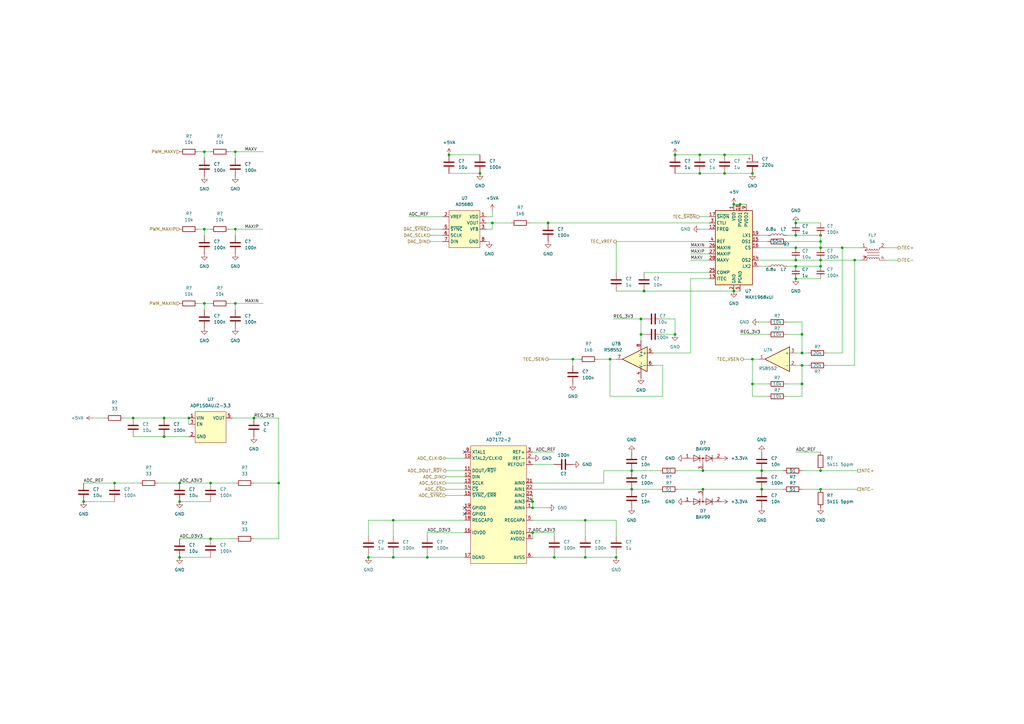
<source format=kicad_sch>
(kicad_sch (version 20211123) (generator eeschema)
  (paper "A3")
  (lib_symbols
    (symbol "Device:C" (pin_numbers hide) (pin_names (offset 0.254))
      (property "Reference" "C" (at 0.635 2.54 0))
      (property "Value" "C" (at 0.635 -2.54 0))
      (symbol "C_0_1"
        (polyline (pts (xy -2.032 -0.762) (xy 2.032 -0.762)) (stroke (width 0.508)))
        (polyline (pts (xy -2.032 0.762) (xy 2.032 0.762)) (stroke (width 0.508)))
      )
      (symbol "C_1_1"
        (pin passive line (at 0 3.81 270) (length 2.794) (name "~") (number "1"))
        (pin passive line (at 0 -3.81 90) (length 2.794) (name "~") (number "2"))
      )
    )
    (symbol "Device:C_Polarized" (pin_numbers hide) (pin_names (offset 0.254))
      (property "Reference" "C" (at 0.635 2.54 0))
      (property "Value" "C_Polarized" (at 0.635 -2.54 0))
      (symbol "C_Polarized_0_1"
        (rectangle (start -2.286 0.508) (end 2.286 1.016))
        (polyline (pts (xy -1.778 2.286) (xy -0.762 2.286)))
        (polyline (pts (xy -1.27 2.794) (xy -1.27 1.778)))
        (rectangle (start 2.286 -0.508) (end -2.286 -1.016) (fill (type outline)))
      )
      (symbol "C_Polarized_1_1"
        (pin passive line (at 0 3.81 270) (length 2.794) (name "~") (number "1"))
        (pin passive line (at 0 -3.81 90) (length 2.794) (name "~") (number "2"))
      )
    )
    (symbol "Device:C_Small" (pin_numbers hide) (pin_names (offset 0.254) hide)
      (property "Reference" "C" (at 0.254 1.778 0))
      (property "Value" "C_Small" (at 0.254 -2.032 0))
      (symbol "C_Small_0_1"
        (polyline (pts (xy -1.524 -0.508) (xy 1.524 -0.508)) (stroke (width 0.3302)))
        (polyline (pts (xy -1.524 0.508) (xy 1.524 0.508)) (stroke (width 0.3048)))
      )
      (symbol "C_Small_1_1"
        (pin passive line (at 0 2.54 270) (length 2.032) (name "~") (number "1"))
        (pin passive line (at 0 -2.54 90) (length 2.032) (name "~") (number "2"))
      )
    )
    (symbol "Device:Filter_EMI_CommonMode" (pin_names (offset 0.254) hide)
      (property "Reference" "FL" (at 0 4.445 0))
      (property "Value" "Filter_EMI_CommonMode" (at 0 -4.445 0))
      (symbol "Filter_EMI_CommonMode_0_1"
        (circle (center -3.048 -1.27) (radius 0.254) (fill (type outline)))
        (circle (center -3.048 1.524) (radius 0.254) (fill (type outline)))
        (arc (start -2.54 2.032) (mid -2.032 1.524) (end -1.524 2.032))
        (arc (start -1.524 -2.032) (mid -2.032 -1.524) (end -2.54 -2.032))
        (arc (start -1.524 2.032) (mid -1.016 1.524) (end -0.508 2.032))
        (arc (start -0.508 -2.032) (mid -1.016 -1.524) (end -1.524 -2.032))
        (arc (start -0.508 2.032) (mid 0 1.524) (end 0.508 2.032))
        (polyline (pts (xy -2.54 -2.032) (xy -2.54 -2.54)))
        (polyline (pts (xy -2.54 0.508) (xy 2.54 0.508)))
        (polyline (pts (xy -2.54 2.032) (xy -2.54 2.54)))
        (polyline (pts (xy 2.54 -2.032) (xy 2.54 -2.54)))
        (polyline (pts (xy 2.54 -0.508) (xy -2.54 -0.508)))
        (polyline (pts (xy 2.54 2.54) (xy 2.54 2.032)))
        (arc (start 0.508 -2.032) (mid 0 -1.524) (end -0.508 -2.032))
        (arc (start 0.508 2.032) (mid 1.016 1.524) (end 1.524 2.032))
        (arc (start 1.524 -2.032) (mid 1.016 -1.524) (end 0.508 -2.032))
        (arc (start 1.524 2.032) (mid 2.032 1.524) (end 2.54 2.032))
        (arc (start 2.54 -2.032) (mid 2.032 -1.524) (end 1.524 -2.032))
      )
      (symbol "Filter_EMI_CommonMode_1_1"
        (pin passive line (at -5.08 2.54 0) (length 2.54) (name "1") (number "1"))
        (pin passive line (at 5.08 2.54 180) (length 2.54) (name "2") (number "2"))
        (pin passive line (at -5.08 -2.54 0) (length 2.54) (name "3") (number "3"))
        (pin passive line (at 5.08 -2.54 180) (length 2.54) (name "4") (number "4"))
      )
    )
    (symbol "Device:L" (pin_numbers hide) (pin_names (offset 1.016) hide)
      (property "Reference" "L" (at -1.27 0 90))
      (property "Value" "L" (at 1.905 0 90))
      (symbol "L_0_1"
        (arc (start 0 -2.54) (mid 0.635 -1.905) (end 0 -1.27))
        (arc (start 0 -1.27) (mid 0.635 -0.635) (end 0 0))
        (arc (start 0 0) (mid 0.635 0.635) (end 0 1.27))
        (arc (start 0 1.27) (mid 0.635 1.905) (end 0 2.54))
      )
      (symbol "L_1_1"
        (pin passive line (at 0 3.81 270) (length 1.27) (name "1") (number "1"))
        (pin passive line (at 0 -3.81 90) (length 1.27) (name "2") (number "2"))
      )
    )
    (symbol "Device:R" (pin_numbers hide) (pin_names (offset 0))
      (property "Reference" "R" (at 2.032 0 90))
      (property "Value" "R" (at 0 0 90))
      (symbol "R_0_1"
        (rectangle (start -1.016 -2.54) (end 1.016 2.54) (stroke (width 0.254)))
      )
      (symbol "R_1_1"
        (pin passive line (at 0 3.81 270) (length 1.27) (name "~") (number "1"))
        (pin passive line (at 0 -3.81 90) (length 1.27) (name "~") (number "2"))
      )
    )
    (symbol "Diode:BAV99" (pin_names hide)
      (property "Reference" "D" (at 0 5.08 0))
      (property "Value" "BAV99" (at 0 2.54 0))
      (symbol "BAV99_0_1"
        (polyline (pts (xy -5.08 0) (xy 5.08 0)))
      )
      (symbol "BAV99_1_1"
        (polyline (pts (xy 0 0) (xy 0 -2.54)))
        (polyline (pts (xy -1.27 -1.27) (xy -1.27 1.27) (xy -1.27 1.27)) (stroke (width 0.2032)))
        (polyline (pts (xy 3.81 1.27) (xy 3.81 -1.27) (xy 3.81 -1.27)) (stroke (width 0.2032)))
        (polyline (pts (xy -3.81 1.27) (xy -1.27 0) (xy -3.81 -1.27) (xy -3.81 1.27) (xy -3.81 1.27) (xy -3.81 1.27)) (stroke (width 0.2032)))
        (polyline (pts (xy 1.27 1.27) (xy 3.81 0) (xy 1.27 -1.27) (xy 1.27 1.27) (xy 1.27 1.27) (xy 1.27 1.27)) (stroke (width 0.2032)))
        (circle (center 0 0) (radius 0.254) (fill (type outline)))
        (pin passive line (at -7.62 0 0) (length 2.54) (name "K") (number "1"))
        (pin passive line (at 7.62 0 180) (length 2.54) (name "A") (number "2"))
        (pin passive line (at 0 -5.08 90) (length 2.54) (name "K") (number "3"))
      )
    )
    (symbol "Driver_TEC:MAX1968xUI"
      (property "Reference" "U" (at -7.62 16.51 0))
      (property "Value" "MAX1968xUI" (at 5.08 16.51 0))
      (symbol "MAX1968xUI_0_1"
        (rectangle (start -7.62 15.24) (end 7.62 -15.24) (stroke (width 0.254)) (fill (type background)))
      )
      (symbol "MAX1968xUI_1_1"
        (pin power_in line (at 0 17.78 270) (length 2.54) (name "VDD") (number "1"))
        (pin passive line (at 10.16 -7.62 180) (length 2.54) hide (name "LX2") (number "10"))
        (pin passive line (at 5.08 17.78 270) (length 2.54) hide (name "PVDD2") (number "11"))
        (pin input line (at -10.16 7.62 0) (length 2.54) (name "FREQ") (number "12"))
        (pin output line (at -10.16 -12.7 0) (length 2.54) (name "ITEC") (number "13"))
        (pin input line (at 10.16 -5.08 180) (length 2.54) (name "OS2") (number "14"))
        (pin input line (at 10.16 2.54 180) (length 2.54) (name "OS1") (number "15"))
        (pin input line (at 10.16 0 180) (length 2.54) (name "CS") (number "16"))
        (pin input line (at -10.16 12.7 0) (length 2.54) (name "~{SHDN}") (number "17"))
        (pin power_in line (at 2.54 17.78 270) (length 2.54) (name "PVDD1") (number "18"))
        (pin power_out line (at 10.16 5.08 180) (length 2.54) (name "LX1") (number "19"))
        (pin power_in line (at 0 -17.78 90) (length 2.54) (name "GND") (number "2"))
        (pin passive line (at 2.54 17.78 270) (length 2.54) hide (name "PVDD1") (number "20"))
        (pin passive line (at 10.16 5.08 180) (length 2.54) hide (name "LX1") (number "21"))
        (pin passive line (at 2.54 -17.78 90) (length 2.54) hide (name "PGND") (number "22"))
        (pin passive line (at 10.16 5.08 180) (length 2.54) hide (name "LX1") (number "23"))
        (pin passive line (at 2.54 -17.78 90) (length 2.54) hide (name "PGND") (number "24"))
        (pin passive line (at -10.16 -10.16 0) (length 2.54) (name "COMP") (number "25"))
        (pin input line (at -10.16 0 0) (length 2.54) (name "MAXIN") (number "26"))
        (pin input line (at -10.16 -2.54 0) (length 2.54) (name "MAXIP") (number "27"))
        (pin input line (at -10.16 -5.08 0) (length 2.54) (name "MAXV") (number "28"))
        (pin passive line (at 0 -17.78 90) (length 2.54) hide (name "GND") (number "29"))
        (pin input line (at -10.16 10.16 0) (length 2.54) (name "CTLI") (number "3"))
        (pin output line (at -10.16 2.54 0) (length 2.54) (name "REF") (number "4"))
        (pin power_in line (at 2.54 -17.78 90) (length 2.54) (name "PGND") (number "5"))
        (pin power_out line (at 10.16 -7.62 180) (length 2.54) (name "LX2") (number "6"))
        (pin passive line (at 2.54 -17.78 90) (length 2.54) hide (name "PGND") (number "7"))
        (pin passive line (at 10.16 -7.62 180) (length 2.54) hide (name "LX2") (number "8"))
        (pin power_in line (at 5.08 17.78 270) (length 2.54) (name "PVDD2") (number "9"))
      )
    )
    (symbol "kirdy:AD5680"
      (property "Reference" "U" (at 0 -3.81 0))
      (property "Value" "AD5680" (at 0 -1.27 0))
      (symbol "AD5680_0_0"
        (pin power_in line (at 8.89 12.7 180) (length 2.54) (name "VDD") (number "1"))
        (pin input line (at -8.89 12.7 0) (length 2.54) (name "VREF") (number "2"))
        (pin input line (at 8.89 7.62 180) (length 2.54) (name "VFB") (number "3"))
        (pin output line (at 8.89 10.16 180) (length 2.54) (name "VOUT") (number "4"))
        (pin input line (at -8.89 7.62 0) (length 2.54) (name "~{SYNC}") (number "5"))
        (pin input line (at -8.89 5.08 0) (length 2.54) (name "SCLK") (number "6"))
        (pin input line (at -8.89 2.54 0) (length 2.54) (name "DIN") (number "7"))
        (pin power_in line (at 8.89 2.54 180) (length 2.54) (name "GND") (number "8"))
      )
      (symbol "AD5680_0_1"
        (rectangle (start -6.35 15.24) (end 6.35 0) (fill (type background)))
      )
    )
    (symbol "kirdy:AD7172-2"
      (property "Reference" "U" (at 8.89 -22.86 0))
      (property "Value" "AD7172-2" (at -6.35 -22.86 0))
      (symbol "AD7172-2_0_0"
        (pin input line (at -13.97 1.27 0) (length 2.54) (name "AIN4") (number "1"))
        (pin bidirectional line (at 13.97 21.59 180) (length 2.54) (name "XTAL2/CLKIO") (number "10"))
        (pin output line (at 13.97 16.51 180) (length 2.54) (name "DOUT/~{RDY}") (number "11"))
        (pin input line (at 13.97 13.97 180) (length 2.54) (name "DIN") (number "12"))
        (pin input line (at 13.97 11.43 180) (length 2.54) (name "SCLK") (number "13"))
        (pin input line (at 13.97 8.89 180) (length 2.54) (name "~{CS}") (number "14"))
        (pin bidirectional line (at 13.97 6.35 180) (length 2.54) (name "~{SYNC}/~{ERR}") (number "15"))
        (pin power_in line (at 13.97 -8.89 180) (length 2.54) (name "IOVDD") (number "16"))
        (pin power_in line (at 13.97 -19.05 180) (length 2.54) (name "DGND") (number "17"))
        (pin passive line (at 13.97 -3.81 180) (length 2.54) (name "REGCAPD") (number "18"))
        (pin bidirectional line (at 13.97 1.27 180) (length 2.54) (name "GPIO0") (number "19"))
        (pin input line (at -13.97 21.59 0) (length 2.54) (name "REF-") (number "2"))
        (pin bidirectional line (at 13.97 -1.27 180) (length 2.54) (name "GPIO1") (number "20"))
        (pin input line (at -13.97 11.43 0) (length 2.54) (name "AIN0") (number "21"))
        (pin input line (at -13.97 8.89 0) (length 2.54) (name "AIN1") (number "22"))
        (pin input line (at -13.97 6.35 0) (length 2.54) (name "AIN2") (number "23"))
        (pin input line (at -13.97 3.81 0) (length 2.54) (name "AIN3") (number "24"))
        (pin input line (at -13.97 24.13 0) (length 2.54) (name "REF+") (number "3"))
        (pin output line (at -13.97 19.05 0) (length 2.54) (name "REFOUT") (number "4"))
        (pin passive line (at -13.97 -3.81 0) (length 2.54) (name "REGCAPA") (number "5"))
        (pin power_in line (at -13.97 -19.05 0) (length 2.54) (name "AVSS") (number "6"))
        (pin power_in line (at -13.97 -8.89 0) (length 2.54) (name "AVDD1") (number "7"))
        (pin power_in line (at -13.97 -11.43 0) (length 2.54) (name "AVDD2") (number "8"))
        (pin bidirectional line (at 13.97 24.13 180) (length 2.54) (name "XTAL1") (number "9"))
      )
      (symbol "AD7172-2_0_1"
        (rectangle (start -11.43 26.67) (end 11.43 -21.59) (fill (type background)))
      )
    )
    (symbol "kirdy:ADP150AUJZ-3.3"
      (property "Reference" "U" (at -5.08 -1.27 0))
      (property "Value" "ADP150AUJZ-3.3" (at -7.62 1.27 0))
      (symbol "ADP150AUJZ-3.3_0_0"
        (pin power_in line (at 5.08 10.16 0) (length 2.54) (name "VIN") (number "1"))
        (pin power_in line (at 5.08 2.54 0) (length 2.54) (name "GND") (number "2"))
        (pin input line (at 5.08 7.62 0) (length 2.54) (name "EN") (number "3"))
        (pin no_connect line (at 13.97 8.89 90) (length 2.54) hide (name "NC") (number "4"))
        (pin power_out line (at 22.86 10.16 180) (length 2.54) (name "VOUT") (number "5"))
      )
      (symbol "ADP150AUJZ-3.3_0_1"
        (rectangle (start 7.62 12.7) (end 20.32 0) (fill (type background)))
        (rectangle (start 20.32 3.81) (end 20.32 3.81))
      )
    )
    (symbol "kirdy:RS8552" (pin_names (offset 0.127))
      (property "Reference" "U" (at 0 5.08 0))
      (property "Value" "RS8552" (at 0 -5.08 0))
      (symbol "RS8552_1_1"
        (polyline (pts (xy -5.08 5.08) (xy 5.08 0) (xy -5.08 -5.08) (xy -5.08 5.08)) (stroke (width 0.254)) (fill (type background)))
        (pin output line (at 7.62 0 180) (length 2.54) (name "~") (number "1"))
        (pin input line (at -7.62 -2.54 0) (length 2.54) (name "-") (number "2"))
        (pin input line (at -7.62 2.54 0) (length 2.54) (name "+") (number "3"))
      )
      (symbol "RS8552_2_1"
        (polyline (pts (xy -5.08 5.08) (xy 5.08 0) (xy -5.08 -5.08) (xy -5.08 5.08)) (stroke (width 0.254)) (fill (type background)))
        (pin input line (at -7.62 2.54 0) (length 2.54) (name "+") (number "5"))
        (pin input line (at -7.62 -2.54 0) (length 2.54) (name "-") (number "6"))
        (pin output line (at 7.62 0 180) (length 2.54) (name "~") (number "7"))
      )
      (symbol "RS8552_3_1"
        (pin power_in line (at -2.54 -7.62 90) (length 3.81) (name "V-") (number "4"))
        (pin power_in line (at -2.54 7.62 270) (length 3.81) (name "V+") (number "8"))
      )
    )
    (symbol "power:+3.3VA" (power) (pin_names (offset 0))
      (property "Value" "+3.3VA" (at 0 3.556 0))
      (symbol "+3.3VA_0_1"
        (polyline (pts (xy -0.762 1.27) (xy 0 2.54)))
        (polyline (pts (xy 0 0) (xy 0 2.54)))
        (polyline (pts (xy 0 2.54) (xy 0.762 1.27)))
      )
      (symbol "+3.3VA_1_1"
        (pin power_in line (at 0 0 90) (length 0) hide (name "+3.3VA") (number "1"))
      )
    )
    (symbol "power:+5V" (power) (pin_names (offset 0))
      (property "Value" "+5V" (at 0 3.556 0))
      (symbol "+5V_0_1"
        (polyline (pts (xy -0.762 1.27) (xy 0 2.54)))
        (polyline (pts (xy 0 0) (xy 0 2.54)))
        (polyline (pts (xy 0 2.54) (xy 0.762 1.27)))
      )
      (symbol "+5V_1_1"
        (pin power_in line (at 0 0 90) (length 0) hide (name "+5V") (number "1"))
      )
    )
    (symbol "power:+5VA" (power) (pin_names (offset 0))
      (property "Value" "+5VA" (at 0 3.556 0))
      (symbol "+5VA_0_1"
        (polyline (pts (xy -0.762 1.27) (xy 0 2.54)))
        (polyline (pts (xy 0 0) (xy 0 2.54)))
        (polyline (pts (xy 0 2.54) (xy 0.762 1.27)))
      )
      (symbol "+5VA_1_1"
        (pin power_in line (at 0 0 90) (length 0) hide (name "+5VA") (number "1"))
      )
    )
    (symbol "power:GND" (power) (pin_names (offset 0))
      (property "Value" "GND" (at 0 -3.81 0))
      (symbol "GND_0_1"
        (polyline (pts (xy 0 0) (xy 0 -1.27) (xy 1.27 -1.27) (xy 0 -2.54) (xy -1.27 -1.27) (xy 0 -1.27)))
      )
      (symbol "GND_1_1"
        (pin power_in line (at 0 0 270) (length 0) hide (name "GND") (number "1"))
      )
    )
  )
  (junction (at 300.99 119.38))
  (junction (at 54.61 171.45))
  (junction (at 350.52 106.68))
  (junction (at 297.18 63.5))
  (junction (at 326.39 106.68))
  (junction (at 201.93 91.44))
  (junction (at 252.73 228.6))
  (junction (at 96.52 62.23))
  (junction (at 326.39 109.22))
  (junction (at 308.61 147.32))
  (junction (at 161.29 213.36))
  (junction (at 234.95 147.32))
  (junction (at 83.82 62.23))
  (junction (at 336.55 96.52))
  (junction (at 73.66 228.6))
  (junction (at 114.3 198.12))
  (junction (at 303.53 83.82))
  (junction (at 218.44 218.44))
  (junction (at 328.93 149.86))
  (junction (at 336.55 193.04))
  (junction (at 218.44 208.28))
  (junction (at 161.29 228.6))
  (junction (at 326.39 101.6))
  (junction (at 276.86 63.5))
  (junction (at 308.61 71.12))
  (junction (at 86.36 220.98))
  (junction (at 336.55 99.06))
  (junction (at 224.79 91.44))
  (junction (at 326.39 96.52))
  (junction (at 262.89 137.16))
  (junction (at 287.02 71.12))
  (junction (at 300.99 83.82))
  (junction (at 308.61 157.48))
  (junction (at 326.39 114.3))
  (junction (at 250.19 147.32))
  (junction (at 83.82 93.98))
  (junction (at 73.66 198.12))
  (junction (at 83.82 124.46))
  (junction (at 175.26 228.6))
  (junction (at 259.08 193.04))
  (junction (at 73.66 205.74))
  (junction (at 86.36 198.12))
  (junction (at 46.99 198.12))
  (junction (at 336.55 109.22))
  (junction (at 218.44 205.74))
  (junction (at 184.15 63.5))
  (junction (at 240.03 228.6))
  (junction (at 345.44 101.6))
  (junction (at 259.08 200.66))
  (junction (at 104.14 171.45))
  (junction (at 336.55 101.6))
  (junction (at 328.93 137.16))
  (junction (at 96.52 93.98))
  (junction (at 227.33 228.6))
  (junction (at 262.89 130.81))
  (junction (at 96.52 124.46))
  (junction (at 34.29 205.74))
  (junction (at 312.42 193.04))
  (junction (at 67.31 179.07))
  (junction (at 67.31 171.45))
  (junction (at 328.93 157.48))
  (junction (at 288.29 193.04))
  (junction (at 196.85 71.12))
  (junction (at 336.55 200.66))
  (junction (at 240.03 213.36))
  (junction (at 288.29 200.66))
  (junction (at 328.93 144.78))
  (junction (at 151.13 228.6))
  (junction (at 264.16 119.38))
  (junction (at 276.86 137.16))
  (junction (at 336.55 106.68))
  (junction (at 287.02 63.5))
  (junction (at 297.18 71.12))
  (junction (at 312.42 200.66))
  (junction (at 77.47 171.45))
  (junction (at 326.39 91.44))
  (no_connect (at 190.5 185.42))
  (no_connect (at 190.5 208.28))
  (no_connect (at 190.5 210.82))
  (wire (pts (xy 328.93 144.78) (xy 331.47 144.78)))
  (wire (pts (xy 218.44 205.74) (xy 218.44 208.28)))
  (wire (pts (xy 218.44 218.44) (xy 227.33 218.44)))
  (wire (pts (xy 224.79 147.32) (xy 234.95 147.32)))
  (wire (pts (xy 114.3 198.12) (xy 114.3 171.45)))
  (wire (pts (xy 311.15 99.06) (xy 314.96 99.06)))
  (wire (pts (xy 308.61 147.32) (xy 311.15 147.32)))
  (wire (pts (xy 276.86 63.5) (xy 287.02 63.5)))
  (wire (pts (xy 67.31 179.07) (xy 77.47 179.07)))
  (wire (pts (xy 304.8 147.32) (xy 308.61 147.32)))
  (wire (pts (xy 34.29 205.74) (xy 46.99 205.74)))
  (wire (pts (xy 252.73 111.76) (xy 252.73 99.06)))
  (wire (pts (xy 311.15 101.6) (xy 326.39 101.6)))
  (wire (pts (xy 328.93 149.86) (xy 331.47 149.86)))
  (wire (pts (xy 182.88 195.58) (xy 190.5 195.58)))
  (wire (pts (xy 175.26 218.44) (xy 190.5 218.44)))
  (wire (pts (xy 252.73 119.38) (xy 264.16 119.38)))
  (wire (pts (xy 38.1 171.45) (xy 43.18 171.45)))
  (wire (pts (xy 252.73 213.36) (xy 252.73 219.71)))
  (wire (pts (xy 259.08 200.66) (xy 270.51 200.66)))
  (wire (pts (xy 151.13 219.71) (xy 151.13 213.36)))
  (wire (pts (xy 336.55 109.22) (xy 326.39 109.22)))
  (wire (pts (xy 104.14 198.12) (xy 114.3 198.12)))
  (wire (pts (xy 86.36 220.98) (xy 96.52 220.98)))
  (wire (pts (xy 311.15 132.08) (xy 314.96 132.08)))
  (wire (pts (xy 326.39 96.52) (xy 322.58 96.52)))
  (wire (pts (xy 114.3 171.45) (xy 104.14 171.45)))
  (wire (pts (xy 259.08 193.04) (xy 270.51 193.04)))
  (wire (pts (xy 199.39 93.98) (xy 201.93 93.98)))
  (wire (pts (xy 326.39 106.68) (xy 336.55 106.68)))
  (wire (pts (xy 297.18 63.5) (xy 308.61 63.5)))
  (wire (pts (xy 251.46 130.81) (xy 262.89 130.81)))
  (wire (pts (xy 250.19 147.32) (xy 252.73 147.32)))
  (wire (pts (xy 287.02 71.12) (xy 297.18 71.12)))
  (wire (pts (xy 312.42 193.04) (xy 321.31 193.04)))
  (wire (pts (xy 264.16 119.38) (xy 300.99 119.38)))
  (wire (pts (xy 322.58 157.48) (xy 328.93 157.48)))
  (wire (pts (xy 336.55 101.6) (xy 336.55 99.06)))
  (wire (pts (xy 300.99 83.82) (xy 303.53 83.82)))
  (wire (pts (xy 227.33 218.44) (xy 227.33 219.71)))
  (wire (pts (xy 83.82 93.98) (xy 86.36 93.98)))
  (wire (pts (xy 339.09 144.78) (xy 345.44 144.78)))
  (wire (pts (xy 271.78 162.56) (xy 271.78 149.86)))
  (wire (pts (xy 184.15 63.5) (xy 196.85 63.5)))
  (wire (pts (xy 218.44 213.36) (xy 240.03 213.36)))
  (wire (pts (xy 218.44 218.44) (xy 218.44 220.98)))
  (wire (pts (xy 151.13 213.36) (xy 161.29 213.36)))
  (wire (pts (xy 151.13 228.6) (xy 161.29 228.6)))
  (wire (pts (xy 350.52 106.68) (xy 350.52 149.86)))
  (wire (pts (xy 199.39 99.06) (xy 200.66 99.06)))
  (wire (pts (xy 96.52 124.46) (xy 96.52 127)))
  (wire (pts (xy 322.58 99.06) (xy 336.55 99.06)))
  (wire (pts (xy 287.02 88.9) (xy 290.83 88.9)))
  (wire (pts (xy 283.21 101.6) (xy 290.83 101.6)))
  (wire (pts (xy 363.22 101.6) (xy 368.3 101.6)))
  (wire (pts (xy 336.55 101.6) (xy 326.39 101.6)))
  (wire (pts (xy 271.78 149.86) (xy 267.97 149.86)))
  (wire (pts (xy 262.89 137.16) (xy 262.89 139.7)))
  (wire (pts (xy 336.55 99.06) (xy 336.55 96.52)))
  (wire (pts (xy 345.44 101.6) (xy 345.44 144.78)))
  (wire (pts (xy 54.61 179.07) (xy 67.31 179.07)))
  (wire (pts (xy 326.39 144.78) (xy 328.93 144.78)))
  (wire (pts (xy 283.21 144.78) (xy 267.97 144.78)))
  (wire (pts (xy 247.65 198.12) (xy 247.65 193.04)))
  (wire (pts (xy 184.15 71.12) (xy 196.85 71.12)))
  (wire (pts (xy 234.95 149.86) (xy 234.95 147.32)))
  (wire (pts (xy 96.52 124.46) (xy 107.95 124.46)))
  (wire (pts (xy 240.03 213.36) (xy 252.73 213.36)))
  (wire (pts (xy 328.93 193.04) (xy 336.55 193.04)))
  (wire (pts (xy 182.88 198.12) (xy 190.5 198.12)))
  (wire (pts (xy 328.93 200.66) (xy 336.55 200.66)))
  (wire (pts (xy 199.39 88.9) (xy 201.93 88.9)))
  (wire (pts (xy 93.98 93.98) (xy 96.52 93.98)))
  (wire (pts (xy 264.16 130.81) (xy 262.89 130.81)))
  (wire (pts (xy 250.19 162.56) (xy 271.78 162.56)))
  (wire (pts (xy 322.58 132.08) (xy 328.93 132.08)))
  (wire (pts (xy 83.82 62.23) (xy 83.82 64.77)))
  (wire (pts (xy 161.29 227.33) (xy 161.29 228.6)))
  (wire (pts (xy 73.66 228.6) (xy 86.36 228.6)))
  (wire (pts (xy 288.29 200.66) (xy 312.42 200.66)))
  (wire (pts (xy 264.16 111.76) (xy 290.83 111.76)))
  (wire (pts (xy 176.53 96.52) (xy 181.61 96.52)))
  (wire (pts (xy 167.64 88.9) (xy 181.61 88.9)))
  (wire (pts (xy 245.11 147.32) (xy 250.19 147.32)))
  (wire (pts (xy 46.99 198.12) (xy 57.15 198.12)))
  (wire (pts (xy 240.03 227.33) (xy 240.03 228.6)))
  (wire (pts (xy 201.93 88.9) (xy 201.93 86.36)))
  (wire (pts (xy 311.15 106.68) (xy 326.39 106.68)))
  (wire (pts (xy 234.95 147.32) (xy 237.49 147.32)))
  (wire (pts (xy 34.29 198.12) (xy 46.99 198.12)))
  (wire (pts (xy 83.82 124.46) (xy 83.82 127)))
  (wire (pts (xy 328.93 137.16) (xy 328.93 144.78)))
  (wire (pts (xy 175.26 228.6) (xy 190.5 228.6)))
  (wire (pts (xy 86.36 198.12) (xy 96.52 198.12)))
  (wire (pts (xy 218.44 190.5) (xy 227.33 190.5)))
  (wire (pts (xy 218.44 200.66) (xy 259.08 200.66)))
  (wire (pts (xy 278.13 200.66) (xy 288.29 200.66)))
  (wire (pts (xy 96.52 93.98) (xy 96.52 96.52)))
  (wire (pts (xy 326.39 149.86) (xy 328.93 149.86)))
  (wire (pts (xy 308.61 157.48) (xy 308.61 162.56)))
  (wire (pts (xy 50.8 171.45) (xy 54.61 171.45)))
  (wire (pts (xy 336.55 101.6) (xy 345.44 101.6)))
  (wire (pts (xy 326.39 114.3) (xy 336.55 114.3)))
  (wire (pts (xy 77.47 171.45) (xy 77.47 173.99)))
  (wire (pts (xy 218.44 208.28) (xy 224.79 208.28)))
  (wire (pts (xy 95.25 171.45) (xy 104.14 171.45)))
  (wire (pts (xy 247.65 198.12) (xy 218.44 198.12)))
  (wire (pts (xy 252.73 227.33) (xy 252.73 228.6)))
  (wire (pts (xy 199.39 91.44) (xy 201.93 91.44)))
  (wire (pts (xy 328.93 162.56) (xy 328.93 157.48)))
  (wire (pts (xy 104.14 220.98) (xy 114.3 220.98)))
  (wire (pts (xy 83.82 93.98) (xy 83.82 96.52)))
  (wire (pts (xy 93.98 62.23) (xy 96.52 62.23)))
  (wire (pts (xy 224.79 91.44) (xy 290.83 91.44)))
  (wire (pts (xy 287.02 93.98) (xy 290.83 93.98)))
  (wire (pts (xy 322.58 137.16) (xy 328.93 137.16)))
  (wire (pts (xy 73.66 205.74) (xy 86.36 205.74)))
  (wire (pts (xy 182.88 200.66) (xy 190.5 200.66)))
  (wire (pts (xy 276.86 130.81) (xy 276.86 137.16)))
  (wire (pts (xy 201.93 93.98) (xy 201.93 91.44)))
  (wire (pts (xy 218.44 185.42) (xy 227.33 185.42)))
  (wire (pts (xy 322.58 162.56) (xy 328.93 162.56)))
  (wire (pts (xy 328.93 132.08) (xy 328.93 137.16)))
  (wire (pts (xy 176.53 93.98) (xy 181.61 93.98)))
  (wire (pts (xy 81.28 93.98) (xy 83.82 93.98)))
  (wire (pts (xy 182.88 193.04) (xy 190.5 193.04)))
  (wire (pts (xy 73.66 198.12) (xy 86.36 198.12)))
  (wire (pts (xy 96.52 62.23) (xy 107.95 62.23)))
  (wire (pts (xy 175.26 227.33) (xy 175.26 228.6)))
  (wire (pts (xy 218.44 203.2) (xy 218.44 205.74)))
  (wire (pts (xy 326.39 185.42) (xy 336.55 185.42)))
  (wire (pts (xy 114.3 220.98) (xy 114.3 198.12)))
  (wire (pts (xy 271.78 137.16) (xy 276.86 137.16)))
  (wire (pts (xy 303.53 137.16) (xy 314.96 137.16)))
  (wire (pts (xy 311.15 96.52) (xy 314.96 96.52)))
  (wire (pts (xy 54.61 171.45) (xy 67.31 171.45)))
  (wire (pts (xy 283.21 114.3) (xy 290.83 114.3)))
  (wire (pts (xy 96.52 93.98) (xy 107.95 93.98)))
  (wire (pts (xy 336.55 106.68) (xy 350.52 106.68)))
  (wire (pts (xy 81.28 62.23) (xy 83.82 62.23)))
  (wire (pts (xy 240.03 213.36) (xy 240.03 219.71)))
  (wire (pts (xy 264.16 137.16) (xy 262.89 137.16)))
  (wire (pts (xy 336.55 106.68) (xy 336.55 109.22)))
  (wire (pts (xy 217.17 91.44) (xy 224.79 91.44)))
  (wire (pts (xy 312.42 200.66) (xy 321.31 200.66)))
  (wire (pts (xy 276.86 71.12) (xy 287.02 71.12)))
  (wire (pts (xy 262.89 130.81) (xy 262.89 137.16)))
  (wire (pts (xy 250.19 147.32) (xy 250.19 162.56)))
  (wire (pts (xy 336.55 200.66) (xy 351.79 200.66)))
  (wire (pts (xy 287.02 63.5) (xy 297.18 63.5)))
  (wire (pts (xy 288.29 193.04) (xy 312.42 193.04)))
  (wire (pts (xy 81.28 124.46) (xy 83.82 124.46)))
  (wire (pts (xy 303.53 83.82) (xy 306.07 83.82)))
  (wire (pts (xy 83.82 124.46) (xy 86.36 124.46)))
  (wire (pts (xy 350.52 106.68) (xy 353.06 106.68)))
  (wire (pts (xy 278.13 193.04) (xy 288.29 193.04)))
  (wire (pts (xy 283.21 114.3) (xy 283.21 144.78)))
  (wire (pts (xy 73.66 220.98) (xy 86.36 220.98)))
  (wire (pts (xy 326.39 96.52) (xy 336.55 96.52)))
  (wire (pts (xy 96.52 62.23) (xy 96.52 64.77)))
  (wire (pts (xy 345.44 101.6) (xy 353.06 101.6)))
  (wire (pts (xy 252.73 99.06) (xy 290.83 99.06)))
  (wire (pts (xy 363.22 106.68) (xy 368.3 106.68)))
  (wire (pts (xy 328.93 157.48) (xy 328.93 149.86)))
  (wire (pts (xy 314.96 157.48) (xy 308.61 157.48)))
  (wire (pts (xy 93.98 124.46) (xy 96.52 124.46)))
  (wire (pts (xy 227.33 227.33) (xy 227.33 228.6)))
  (wire (pts (xy 218.44 228.6) (xy 227.33 228.6)))
  (wire (pts (xy 300.99 119.38) (xy 303.53 119.38)))
  (wire (pts (xy 176.53 99.06) (xy 181.61 99.06)))
  (wire (pts (xy 64.77 198.12) (xy 73.66 198.12)))
  (wire (pts (xy 182.88 203.2) (xy 190.5 203.2)))
  (wire (pts (xy 161.29 228.6) (xy 175.26 228.6)))
  (wire (pts (xy 308.61 157.48) (xy 308.61 147.32)))
  (wire (pts (xy 271.78 130.81) (xy 276.86 130.81)))
  (wire (pts (xy 201.93 91.44) (xy 209.55 91.44)))
  (wire (pts (xy 308.61 162.56) (xy 314.96 162.56)))
  (wire (pts (xy 247.65 193.04) (xy 259.08 193.04)))
  (wire (pts (xy 83.82 62.23) (xy 86.36 62.23)))
  (wire (pts (xy 336.55 193.04) (xy 351.79 193.04)))
  (wire (pts (xy 161.29 213.36) (xy 161.29 219.71)))
  (wire (pts (xy 67.31 171.45) (xy 77.47 171.45)))
  (wire (pts (xy 326.39 91.44) (xy 336.55 91.44)))
  (wire (pts (xy 311.15 109.22) (xy 314.96 109.22)))
  (wire (pts (xy 227.33 228.6) (xy 240.03 228.6)))
  (wire (pts (xy 322.58 109.22) (xy 326.39 109.22)))
  (wire (pts (xy 339.09 149.86) (xy 350.52 149.86)))
  (wire (pts (xy 297.18 71.12) (xy 308.61 71.12)))
  (wire (pts (xy 161.29 213.36) (xy 190.5 213.36)))
  (wire (pts (xy 283.21 104.14) (xy 290.83 104.14)))
  (wire (pts (xy 283.21 106.68) (xy 290.83 106.68)))
  (wire (pts (xy 240.03 228.6) (xy 252.73 228.6)))
  (wire (pts (xy 182.88 187.96) (xy 190.5 187.96)))
  (wire (pts (xy 151.13 227.33) (xy 151.13 228.6)))
  (wire (pts (xy 175.26 218.44) (xy 175.26 219.71)))
  (label "ADC_D3V3" (at 175.26 218.44 0))
  (label "MAXV" (at 100.33 62.23 0))
  (label "MAXIN" (at 100.33 124.46 0))
  (label "ADC_REF" (at 34.29 198.12 0))
  (label "MAXIN" (at 283.21 101.6 0))
  (label "ADC_A3V3" (at 73.66 198.12 0))
  (label "MAXV" (at 283.21 106.68 0))
  (label "REG_3V3" (at 104.14 171.45 0))
  (label "MAXIP" (at 100.33 93.98 0))
  (label "REG_3V3" (at 251.46 130.81 0))
  (label "ADC_REF" (at 326.39 185.42 0))
  (label "ADC_D3V3" (at 73.66 220.98 0))
  (label "ADC_REF" (at 219.71 185.42 0))
  (label "ADC_A3V3" (at 218.44 218.44 0))
  (label "ADC_REF" (at 167.64 88.9 0))
  (label "MAXIP" (at 283.21 104.14 0))
  (label "REG_3V3" (at 303.53 137.16 0))
  (hierarchical_label "ADC_DOUT_~{RDY}" (shape output) (at 182.88 193.04 180))
  (hierarchical_label "ADC_CLKIO" (shape bidirectional) (at 182.88 187.96 180))
  (hierarchical_label "TEC+" (shape output) (at 368.3 101.6 0))
  (hierarchical_label "PWM_MAXIP" (shape input) (at 73.66 93.98 180))
  (hierarchical_label "DAC_DIN" (shape input) (at 176.53 99.06 180))
  (hierarchical_label "PWM_MAXIN" (shape input) (at 73.66 124.46 180))
  (hierarchical_label "TEC_VREF" (shape output) (at 252.73 99.06 180))
  (hierarchical_label "TEC_~{SHDN}" (shape input) (at 287.02 88.9 180))
  (hierarchical_label "DAC_SCLK" (shape input) (at 176.53 96.52 180))
  (hierarchical_label "TEC_ISEN" (shape output) (at 224.79 147.32 180))
  (hierarchical_label "ADC_~{CS}" (shape input) (at 182.88 200.66 180))
  (hierarchical_label "NTC-" (shape passive) (at 351.79 200.66 0))
  (hierarchical_label "ADC_DIN" (shape input) (at 182.88 195.58 180))
  (hierarchical_label "NTC+" (shape passive) (at 351.79 193.04 0))
  (hierarchical_label "TEC-" (shape output) (at 368.3 106.68 0))
  (hierarchical_label "PWM_MAXV" (shape input) (at 73.66 62.23 180))
  (hierarchical_label "ADC_SCLK" (shape input) (at 182.88 198.12 180))
  (hierarchical_label "TEC_VSEN" (shape output) (at 304.8 147.32 180))
  (hierarchical_label "ADC_~{SYNC}" (shape input) (at 182.88 203.2 180))
  (hierarchical_label "DAC_~{SYNC}" (shape input) (at 176.53 93.98 180))
  (symbol (lib_id "power:GND") (at 73.66 205.74 0) (unit 1)
    (property "Reference" "#PWR?" (effects hide))
    (property "Value" "GND" (at 73.66 210.82 0))
  )
  (symbol (lib_id "Device:C") (at 240.03 223.52 0) (unit 1)
    (property "Reference" "C?" (at 243.84 222.2499 0) (effects (justify left)))
    (property "Value" "100n" (at 243.84 224.7899 0) (effects (justify left)))
  )
  (symbol (lib_id "Device:C") (at 175.26 223.52 0) (unit 1)
    (property "Reference" "C?" (at 179.07 222.2499 0) (effects (justify left)))
    (property "Value" "100n" (at 179.07 224.7899 0) (effects (justify left)))
  )
  (symbol (lib_id "kirdy:AD5680") (at 190.5 101.6 0) (unit 1)
    (property "Reference" "U?" (at 190.5 81.28 0))
    (property "Value" "AD5680" (at 190.5 83.82 0))
    (property "Footprint" "Package_TO_SOT_SMD:SOT-23-8" (effects hide))
    (property "Datasheet" "https://www.analog.com/media/en/technical-documentation/data-sheets/ad5680.pdf" (effects hide))
  )
  (symbol (lib_id "power:GND") (at 34.29 205.74 0) (unit 1)
    (property "Reference" "#PWR?" (effects hide))
    (property "Value" "GND" (at 34.29 210.82 0))
  )
  (symbol (lib_id "power:GND") (at 200.66 99.06 0) (unit 1)
    (property "Reference" "#PWR?" (effects hide))
    (property "Value" "GND" (at 200.66 104.14 0))
  )
  (symbol (lib_id "Device:C") (at 73.66 224.79 0) (unit 1)
    (property "Reference" "C?" (at 77.47 223.5199 0) (effects (justify left)))
    (property "Value" "10u" (at 77.47 226.0599 0) (effects (justify left)))
  )
  (symbol (lib_id "Device:R") (at 318.77 99.06 90) (unit 1)
    (property "Reference" "R?" (at 322.58 100.33 90))
    (property "Value" "50m" (at 318.77 99.06 90))
  )
  (symbol (lib_id "Device:C") (at 252.73 223.52 0) (unit 1)
    (property "Reference" "C?" (at 256.54 222.2499 0) (effects (justify left)))
    (property "Value" "1u" (at 256.54 224.7899 0) (effects (justify left)))
  )
  (symbol (lib_id "power:+5V") (at 276.86 63.5 0) (unit 1)
    (property "Reference" "#PWR?" (effects hide))
    (property "Value" "+5V" (at 276.86 58.42 0))
  )
  (symbol (lib_id "Device:R") (at 100.33 220.98 90) (unit 1)
    (property "Reference" "R?" (at 100.33 214.63 90))
    (property "Value" "33" (at 100.33 217.17 90))
  )
  (symbol (lib_id "Device:R") (at 318.77 132.08 90) (unit 1)
    (property "Reference" "R?" (at 318.77 129.54 90))
    (property "Value" "10k" (at 318.77 132.08 90))
  )
  (symbol (lib_id "power:GND") (at 83.82 104.14 0) (unit 1)
    (property "Reference" "#PWR?" (effects hide))
    (property "Value" "GND" (at 83.82 109.22 0))
  )
  (symbol (lib_id "Device:R") (at 90.17 62.23 90) (unit 1)
    (property "Reference" "R?" (at 90.17 55.88 90))
    (property "Value" "10k" (at 90.17 58.42 90))
  )
  (symbol (lib_id "Device:R") (at 46.99 171.45 90) (unit 1)
    (property "Reference" "R?" (at 46.99 165.1 90))
    (property "Value" "33" (at 46.99 167.64 90))
  )
  (symbol (lib_id "Device:R") (at 274.32 193.04 90) (unit 1)
    (property "Reference" "R?" (at 274.32 195.58 90))
    (property "Value" "51" (at 274.32 193.04 90))
  )
  (symbol (lib_id "kirdy:RS8552") (at 260.35 147.32 0) (mirror y) (unit 3)
    (property "Reference" "U?" (effects hide))
    (property "Value" "RS8552" (effects hide))
    (property "Footprint" "Package_SO:SOIC-8_3.9x4.9mm_P1.27mm" (effects hide))
    (property "Datasheet" "https://datasheet.lcsc.com/lcsc/2010160333_Jiangsu-RUNIC-Tech-RS8554XP_C236997.pdf" (effects hide))
  )
  (symbol (lib_id "power:GND") (at 308.61 71.12 0) (unit 1)
    (property "Reference" "#PWR?" (effects hide))
    (property "Value" "GND" (at 308.61 76.2 0))
  )
  (symbol (lib_id "Device:R") (at 325.12 193.04 90) (unit 1)
    (property "Reference" "R?" (at 325.12 195.58 90))
    (property "Value" "51" (at 325.12 193.04 90))
  )
  (symbol (lib_id "power:GND") (at 311.15 132.08 270) (unit 1)
    (property "Reference" "#PWR?" (effects hide))
    (property "Value" "GND" (at 307.34 132.0799 90) (effects (justify right)))
  )
  (symbol (lib_id "Device:R") (at 274.32 200.66 90) (unit 1)
    (property "Reference" "R?" (at 274.32 198.12 90))
    (property "Value" "51" (at 274.32 200.66 90))
  )
  (symbol (lib_id "kirdy:AD7172-2") (at 204.47 209.55 0) (mirror y) (unit 1)
    (property "Reference" "U?" (at 204.47 177.8 0))
    (property "Value" "AD7172-2" (at 204.47 180.34 0))
    (property "Footprint" "Package_SO:TSSOP-24_4.4x7.8mm_P0.65mm" (effects hide))
    (property "Datasheet" "https://www.analog.com/media/en/technical-documentation/data-sheets/ad7172-2.pdf" (effects hide))
  )
  (symbol (lib_id "Device:C") (at 86.36 201.93 0) (unit 1)
    (property "Reference" "C?" (at 90.17 200.6599 0) (effects (justify left)))
    (property "Value" "100n" (at 90.17 203.1999 0) (effects (justify left)))
  )
  (symbol (lib_id "power:GND") (at 83.82 134.62 0) (unit 1)
    (property "Reference" "#PWR?" (effects hide))
    (property "Value" "GND" (at 83.82 139.7 0))
  )
  (symbol (lib_id "Device:L") (at 318.77 109.22 90) (unit 1)
    (property "Reference" "L?" (at 321.31 110.49 90))
    (property "Value" "6.8u" (at 316.23 110.49 90))
  )
  (symbol (lib_id "power:GND") (at 234.95 190.5 90) (unit 1)
    (property "Reference" "#PWR?" (effects hide))
    (property "Value" "GND" (at 238.76 190.4999 90) (effects (justify right)))
  )
  (symbol (lib_id "Device:R") (at 77.47 93.98 90) (unit 1)
    (property "Reference" "R?" (at 77.47 87.63 90))
    (property "Value" "10k" (at 77.47 90.17 90))
  )
  (symbol (lib_id "Device:R") (at 325.12 200.66 90) (unit 1)
    (property "Reference" "R?" (at 325.12 198.12 90))
    (property "Value" "51" (at 325.12 200.66 90))
  )
  (symbol (lib_id "Device:C") (at 34.29 201.93 0) (unit 1)
    (property "Reference" "C?" (at 38.1 200.6599 0) (effects (justify left)))
    (property "Value" "10u" (at 38.1 203.1999 0) (effects (justify left)))
  )
  (symbol (lib_id "Device:C") (at 259.08 196.85 0) (unit 1)
    (property "Reference" "C?" (at 262.89 195.5799 0) (effects (justify left)))
    (property "Value" "100n" (at 262.89 198.1199 0) (effects (justify left)))
  )
  (symbol (lib_id "power:GND") (at 96.52 72.39 0) (unit 1)
    (property "Reference" "#PWR?" (effects hide))
    (property "Value" "GND" (at 96.52 77.47 0))
  )
  (symbol (lib_id "power:GND") (at 104.14 179.07 0) (unit 1)
    (property "Reference" "#PWR?" (effects hide))
    (property "Value" "GND" (at 104.14 184.15 0))
  )
  (symbol (lib_id "Device:C") (at 297.18 67.31 0) (unit 1)
    (property "Reference" "C?" (at 300.99 66.0399 0) (effects (justify left)))
    (property "Value" "1u" (at 300.99 68.5799 0) (effects (justify left)))
  )
  (symbol (lib_id "Device:C") (at 287.02 67.31 0) (unit 1)
    (property "Reference" "C?" (at 290.83 66.0399 0) (effects (justify left)))
    (property "Value" "1u" (at 290.83 68.5799 0) (effects (justify left)))
  )
  (symbol (lib_id "Device:C") (at 267.97 137.16 90) (unit 1)
    (property "Reference" "C?" (at 271.78 135.89 90))
    (property "Value" "100n" (at 271.78 138.43 90))
  )
  (symbol (lib_id "Device:C_Small") (at 326.39 104.14 0) (unit 1)
    (property "Reference" "C?" (at 328.93 102.8762 0) (effects (justify left)))
    (property "Value" "10u" (at 328.93 105.4162 0) (effects (justify left)))
  )
  (symbol (lib_id "power:GND") (at 224.79 208.28 90) (unit 1)
    (property "Reference" "#PWR?" (effects hide))
    (property "Value" "GND" (at 228.6 208.2799 90) (effects (justify right)))
  )
  (symbol (lib_id "Device:C") (at 96.52 130.81 0) (unit 1)
    (property "Reference" "C?" (at 100.33 129.5399 0) (effects (justify left)))
    (property "Value" "100n" (at 100.33 132.0799 0) (effects (justify left)))
  )
  (symbol (lib_id "Device:R") (at 241.3 147.32 90) (unit 1)
    (property "Reference" "R?" (at 241.3 140.97 90))
    (property "Value" "1k6" (at 241.3 143.51 90))
  )
  (symbol (lib_id "Device:R") (at 90.17 93.98 90) (unit 1)
    (property "Reference" "R?" (at 90.17 87.63 90))
    (property "Value" "10k" (at 90.17 90.17 90))
  )
  (symbol (lib_id "Device:R") (at 336.55 189.23 0) (unit 1)
    (property "Reference" "R?" (at 339.09 187.9599 0) (effects (justify left)))
    (property "Value" "5k11 5ppm" (at 339.09 190.4999 0) (effects (justify left)))
  )
  (symbol (lib_id "power:GND") (at 224.79 99.06 0) (unit 1)
    (property "Reference" "#PWR?" (effects hide))
    (property "Value" "GND" (at 224.79 104.14 0))
  )
  (symbol (lib_id "kirdy:ADP150AUJZ-3.3") (at 72.39 181.61 0) (unit 1)
    (property "Reference" "U?" (at 86.36 163.83 0))
    (property "Value" "ADP150AUJZ-3.3" (at 86.36 166.37 0))
    (property "Footprint" "Package_TO_SOT_SMD:TSOT-23-5" (effects hide))
    (property "Datasheet" "https://www.analog.com/media/en/technical-documentation/data-sheets/adp150.pdf" (effects hide))
  )
  (symbol (lib_id "Device:C") (at 67.31 175.26 0) (unit 1)
    (property "Reference" "C?" (at 71.12 173.9899 0) (effects (justify left)))
    (property "Value" "100n" (at 71.12 176.5299 0) (effects (justify left)))
  )
  (symbol (lib_id "power:+3.3VA") (at 295.91 187.96 270) (unit 1)
    (property "Reference" "#PWR?" (effects hide))
    (property "Value" "+3.3VA" (at 299.72 187.9599 90) (effects (justify left)))
  )
  (symbol (lib_id "Device:C") (at 312.42 204.47 0) (unit 1)
    (property "Reference" "C?" (at 316.23 203.1999 0) (effects (justify left)))
    (property "Value" "10n" (at 316.23 205.7399 0) (effects (justify left)))
  )
  (symbol (lib_id "Device:C") (at 104.14 175.26 0) (unit 1)
    (property "Reference" "C?" (at 107.95 173.9899 0) (effects (justify left)))
    (property "Value" "C" (at 107.95 176.5299 0) (effects (justify left)))
  )
  (symbol (lib_id "Device:C") (at 252.73 115.57 0) (unit 1)
    (property "Reference" "C?" (at 256.54 114.2999 0) (effects (justify left)))
    (property "Value" "1u" (at 256.54 116.8399 0) (effects (justify left)))
  )
  (symbol (lib_id "Device:C") (at 276.86 67.31 0) (unit 1)
    (property "Reference" "C?" (at 280.67 66.0399 0) (effects (justify left)))
    (property "Value" "1u" (at 280.67 68.5799 0) (effects (justify left)))
  )
  (symbol (lib_id "Device:C_Small") (at 326.39 111.76 0) (unit 1)
    (property "Reference" "C?" (at 328.93 110.4962 0) (effects (justify left)))
    (property "Value" "1u" (at 328.93 113.0362 0) (effects (justify left)))
  )
  (symbol (lib_id "Device:C") (at 184.15 67.31 0) (unit 1)
    (property "Reference" "C?" (at 187.96 66.0399 0) (effects (justify left)))
    (property "Value" "10u" (at 187.96 68.5799 0) (effects (justify left)))
  )
  (symbol (lib_id "power:GND") (at 252.73 228.6 0) (unit 1)
    (property "Reference" "#PWR?" (effects hide))
    (property "Value" "GND" (at 252.73 233.68 0))
  )
  (symbol (lib_id "power:GND") (at 83.82 72.39 0) (unit 1)
    (property "Reference" "#PWR?" (effects hide))
    (property "Value" "GND" (at 83.82 77.47 0))
  )
  (symbol (lib_id "power:GND") (at 196.85 71.12 0) (unit 1)
    (property "Reference" "#PWR?" (effects hide))
    (property "Value" "GND" (at 196.85 76.2 0))
  )
  (symbol (lib_id "Device:R") (at 77.47 62.23 90) (unit 1)
    (property "Reference" "R?" (at 77.47 55.88 90))
    (property "Value" "10k" (at 77.47 58.42 90))
  )
  (symbol (lib_id "Device:C") (at 151.13 223.52 0) (unit 1)
    (property "Reference" "C?" (at 154.94 222.2499 0) (effects (justify left)))
    (property "Value" "1u" (at 154.94 224.7899 0) (effects (justify left)))
  )
  (symbol (lib_id "Device:R") (at 213.36 91.44 90) (unit 1)
    (property "Reference" "R?" (at 213.36 85.09 90))
    (property "Value" "1k6" (at 213.36 87.63 90))
  )
  (symbol (lib_id "power:GND") (at 280.67 187.96 270) (unit 1)
    (property "Reference" "#PWR?" (effects hide))
    (property "Value" "GND" (at 276.86 187.9599 90) (effects (justify right)))
  )
  (symbol (lib_id "Device:C") (at 96.52 68.58 0) (unit 1)
    (property "Reference" "C?" (at 100.33 67.3099 0) (effects (justify left)))
    (property "Value" "100n" (at 100.33 69.8499 0) (effects (justify left)))
  )
  (symbol (lib_id "Device:R") (at 336.55 204.47 0) (unit 1)
    (property "Reference" "R?" (at 339.09 203.1999 0) (effects (justify left)))
    (property "Value" "5k11 5ppm" (at 339.09 205.7399 0) (effects (justify left)))
  )
  (symbol (lib_id "Device:C") (at 73.66 201.93 0) (unit 1)
    (property "Reference" "C?" (at 77.47 200.6599 0) (effects (justify left)))
    (property "Value" "10u" (at 77.47 203.1999 0) (effects (justify left)))
  )
  (symbol (lib_id "Device:C") (at 196.85 67.31 0) (unit 1)
    (property "Reference" "C?" (at 200.66 66.0399 0) (effects (justify left)))
    (property "Value" "100n" (at 200.66 68.5799 0) (effects (justify left)))
  )
  (symbol (lib_id "power:GND") (at 234.95 157.48 0) (unit 1)
    (property "Reference" "#PWR?" (effects hide))
    (property "Value" "GND" (at 234.95 162.56 0))
  )
  (symbol (lib_id "Device:C_Small") (at 326.39 93.98 0) (unit 1)
    (property "Reference" "C?" (at 328.93 92.7162 0) (effects (justify left)))
    (property "Value" "1u" (at 328.93 95.2562 0) (effects (justify left)))
  )
  (symbol (lib_id "Device:C") (at 83.82 68.58 0) (unit 1)
    (property "Reference" "C?" (at 87.63 67.3099 0) (effects (justify left)))
    (property "Value" "100n" (at 87.63 69.8499 0) (effects (justify left)))
  )
  (symbol (lib_id "Device:L") (at 318.77 96.52 90) (unit 1)
    (property "Reference" "L?" (at 321.31 93.98 90))
    (property "Value" "6.8u" (at 316.23 93.98 90))
  )
  (symbol (lib_id "Device:C") (at 234.95 153.67 0) (unit 1)
    (property "Reference" "C?" (at 238.76 152.3999 0) (effects (justify left)))
    (property "Value" "100n" (at 238.76 154.9399 0) (effects (justify left)))
  )
  (symbol (lib_id "Device:C") (at 83.82 100.33 0) (unit 1)
    (property "Reference" "C?" (at 87.63 99.0599 0) (effects (justify left)))
    (property "Value" "100n" (at 87.63 101.5999 0) (effects (justify left)))
  )
  (symbol (lib_id "Diode:BAV99") (at 288.29 205.74 0) (mirror x) (unit 1)
    (property "Reference" "D?" (at 288.29 209.55 0))
    (property "Value" "BAV99" (at 288.29 212.09 0))
    (property "Footprint" "Package_TO_SOT_SMD:SOT-23" (effects hide))
    (property "Datasheet" "https://assets.nexperia.com/documents/data-sheet/BAV99_SER.pdf" (effects hide))
  )
  (symbol (lib_id "Device:R") (at 335.28 144.78 90) (unit 1)
    (property "Reference" "R?" (at 335.28 142.24 90))
    (property "Value" "20k" (at 335.28 144.78 90))
  )
  (symbol (lib_id "power:+5V") (at 300.99 83.82 0) (unit 1)
    (property "Reference" "#PWR?" (effects hide))
    (property "Value" "+5V" (at 300.99 78.74 0))
  )
  (symbol (lib_id "Device:C") (at 86.36 224.79 0) (unit 1)
    (property "Reference" "C?" (at 90.17 223.5199 0) (effects (justify left)))
    (property "Value" "100n" (at 90.17 226.0599 0) (effects (justify left)))
  )
  (symbol (lib_id "power:GND") (at 218.44 187.96 90) (unit 1)
    (property "Reference" "#PWR?" (effects hide))
    (property "Value" "GND" (at 222.25 187.9599 90) (effects (justify right)))
  )
  (symbol (lib_id "Device:C") (at 312.42 196.85 0) (unit 1)
    (property "Reference" "C?" (at 316.23 195.5799 0) (effects (justify left)))
    (property "Value" "100n" (at 316.23 198.1199 0) (effects (justify left)))
  )
  (symbol (lib_id "power:GND") (at 259.08 208.28 0) (unit 1)
    (property "Reference" "#PWR?" (effects hide))
    (property "Value" "GND" (at 259.08 213.36 0))
  )
  (symbol (lib_id "power:+5VA") (at 38.1 171.45 90) (unit 1)
    (property "Reference" "#PWR?" (effects hide))
    (property "Value" "+5VA" (at 34.29 171.4499 90) (effects (justify left)))
  )
  (symbol (lib_id "power:GND") (at 262.89 154.94 0) (unit 1)
    (property "Reference" "#PWR?" (effects hide))
    (property "Value" "GND" (at 262.89 160.02 0))
  )
  (symbol (lib_id "Device:C") (at 259.08 204.47 0) (unit 1)
    (property "Reference" "C?" (at 262.89 203.1999 0) (effects (justify left)))
    (property "Value" "10n" (at 262.89 205.7399 0) (effects (justify left)))
  )
  (symbol (lib_id "power:GND") (at 280.67 205.74 270) (unit 1)
    (property "Reference" "#PWR?" (effects hide))
    (property "Value" "GND" (at 276.86 205.7399 90) (effects (justify right)))
  )
  (symbol (lib_id "Device:R") (at 60.96 198.12 90) (unit 1)
    (property "Reference" "R?" (at 60.96 191.77 90))
    (property "Value" "33" (at 60.96 194.31 90))
  )
  (symbol (lib_id "Device:C_Small") (at 336.55 104.14 0) (unit 1)
    (property "Reference" "C?" (at 339.09 102.8762 0) (effects (justify left)))
    (property "Value" "100n" (at 339.09 105.4162 0) (effects (justify left)))
  )
  (symbol (lib_id "Device:C_Polarized") (at 308.61 67.31 0) (unit 1)
    (property "Reference" "C?" (at 312.42 65.1509 0) (effects (justify left)))
    (property "Value" "220u" (at 312.42 67.6909 0) (effects (justify left)))
  )
  (symbol (lib_id "Device:C") (at 161.29 223.52 0) (unit 1)
    (property "Reference" "C?" (at 165.1 222.2499 0) (effects (justify left)))
    (property "Value" "100n" (at 165.1 224.7899 0) (effects (justify left)))
  )
  (symbol (lib_id "Driver_TEC:MAX1968xUI") (at 300.99 101.6 0) (unit 1)
    (property "Reference" "U?" (at 305.5494 119.38 0) (effects (justify left)))
    (property "Value" "MAX1968xUI" (at 305.5494 121.92 0) (effects (justify left)))
    (property "Footprint" "Package_SO:HTSSOP-28-1EP_4.4x9.7mm_P0.65mm_EP2.85x5.4mm" (effects hide))
    (property "Datasheet" "https://datasheets.maximintegrated.com/en/ds/MAX1968-MAX1969.pdf" (effects hide))
  )
  (symbol (lib_id "Device:R") (at 318.77 157.48 90) (unit 1)
    (property "Reference" "R?" (at 318.77 154.94 90))
    (property "Value" "10k" (at 318.77 157.48 90))
  )
  (symbol (lib_id "kirdy:RS8552") (at 318.77 147.32 0) (mirror y) (unit 1)
    (property "Reference" "U?" (at 314.96 143.51 0))
    (property "Value" "RS8552" (at 314.96 151.13 0))
    (property "Footprint" "Package_SO:SOIC-8_3.9x4.9mm_P1.27mm" (effects hide))
    (property "Datasheet" "https://datasheet.lcsc.com/lcsc/2010160333_Jiangsu-RUNIC-Tech-RS8554XP_C236997.pdf" (effects hide))
  )
  (symbol (lib_id "Device:C") (at 46.99 201.93 0) (unit 1)
    (property "Reference" "C?" (at 50.8 200.6599 0) (effects (justify left)))
    (property "Value" "100n" (at 50.8 203.1999 0) (effects (justify left)))
  )
  (symbol (lib_id "Device:C") (at 96.52 100.33 0) (unit 1)
    (property "Reference" "C?" (at 100.33 99.0599 0) (effects (justify left)))
    (property "Value" "100n" (at 100.33 101.5999 0) (effects (justify left)))
  )
  (symbol (lib_id "Device:Filter_EMI_CommonMode") (at 358.14 104.14 0) (unit 1)
    (property "Reference" "FL?" (at 357.759 96.52 0))
    (property "Value" "5A" (at 357.759 99.06 0))
  )
  (symbol (lib_id "Device:C") (at 231.14 190.5 90) (unit 1)
    (property "Reference" "C?" (at 231.14 194.31 90))
    (property "Value" "100n" (at 231.14 186.69 90))
  )
  (symbol (lib_id "Device:C_Small") (at 336.55 93.98 0) (unit 1)
    (property "Reference" "C?" (at 339.09 92.7162 0) (effects (justify left)))
    (property "Value" "100n" (at 339.09 95.2562 0) (effects (justify left)))
  )
  (symbol (lib_id "power:+3.3VA") (at 295.91 205.74 270) (unit 1)
    (property "Reference" "#PWR?" (effects hide))
    (property "Value" "+3.3VA" (at 299.72 205.7399 90) (effects (justify left)))
  )
  (symbol (lib_id "Device:C") (at 312.42 189.23 0) (unit 1)
    (property "Reference" "C?" (at 316.23 187.9599 0) (effects (justify left)))
    (property "Value" "10n" (at 316.23 190.4999 0) (effects (justify left)))
  )
  (symbol (lib_id "Device:R") (at 100.33 198.12 90) (unit 1)
    (property "Reference" "R?" (at 100.33 191.77 90))
    (property "Value" "33" (at 100.33 194.31 90))
  )
  (symbol (lib_id "Device:R") (at 318.77 137.16 90) (unit 1)
    (property "Reference" "R?" (at 318.77 134.62 90))
    (property "Value" "10k" (at 318.77 137.16 90))
  )
  (symbol (lib_id "power:GND") (at 336.55 208.28 0) (unit 1)
    (property "Reference" "#PWR?" (effects hide))
    (property "Value" "GND" (at 336.55 213.36 0))
  )
  (symbol (lib_id "power:GND") (at 326.39 91.44 180) (unit 1)
    (property "Reference" "#PWR?" (effects hide))
    (property "Value" "GND" (at 326.39 86.36 0))
  )
  (symbol (lib_id "power:GND") (at 96.52 134.62 0) (unit 1)
    (property "Reference" "#PWR?" (effects hide))
    (property "Value" "GND" (at 96.52 139.7 0))
  )
  (symbol (lib_id "power:GND") (at 312.42 208.28 0) (unit 1)
    (property "Reference" "#PWR?" (effects hide))
    (property "Value" "GND" (at 312.42 213.36 0))
  )
  (symbol (lib_id "power:GND") (at 312.42 185.42 180) (unit 1)
    (property "Reference" "#PWR?" (effects hide))
    (property "Value" "GND" (at 312.42 180.34 0))
  )
  (symbol (lib_id "Device:R") (at 90.17 124.46 90) (unit 1)
    (property "Reference" "R?" (at 90.17 118.11 90))
    (property "Value" "10k" (at 90.17 120.65 90))
  )
  (symbol (lib_id "Device:C") (at 54.61 175.26 0) (unit 1)
    (property "Reference" "C?" (at 58.42 173.9899 0) (effects (justify left)))
    (property "Value" "10u" (at 58.42 176.5299 0) (effects (justify left)))
  )
  (symbol (lib_id "power:GND") (at 287.02 93.98 270) (unit 1)
    (property "Reference" "#PWR?" (effects hide))
    (property "Value" "GND" (at 283.21 93.9799 90) (effects (justify right)))
  )
  (symbol (lib_id "power:GND") (at 300.99 119.38 0) (unit 1)
    (property "Reference" "#PWR?" (effects hide))
    (property "Value" "GND" (at 300.99 124.46 0))
  )
  (symbol (lib_id "power:GND") (at 259.08 185.42 180) (unit 1)
    (property "Reference" "#PWR?" (effects hide))
    (property "Value" "GND" (at 259.08 180.34 0))
  )
  (symbol (lib_id "Device:C") (at 264.16 115.57 0) (unit 1)
    (property "Reference" "C?" (at 267.97 114.2999 0) (effects (justify left)))
    (property "Value" "10n" (at 267.97 116.8399 0) (effects (justify left)))
  )
  (symbol (lib_id "Diode:BAV99") (at 288.29 187.96 0) (unit 1)
    (property "Reference" "D?" (at 288.29 181.61 0))
    (property "Value" "BAV99" (at 288.29 184.15 0))
    (property "Footprint" "Package_TO_SOT_SMD:SOT-23" (effects hide))
    (property "Datasheet" "https://assets.nexperia.com/documents/data-sheet/BAV99_SER.pdf" (effects hide))
  )
  (symbol (lib_id "power:GND") (at 96.52 104.14 0) (unit 1)
    (property "Reference" "#PWR?" (effects hide))
    (property "Value" "GND" (at 96.52 109.22 0))
  )
  (symbol (lib_id "power:GND") (at 151.13 228.6 0) (unit 1)
    (property "Reference" "#PWR?" (effects hide))
    (property "Value" "GND" (at 151.13 233.68 0))
  )
  (symbol (lib_id "power:GND") (at 73.66 228.6 0) (unit 1)
    (property "Reference" "#PWR?" (effects hide))
    (property "Value" "GND" (at 73.66 233.68 0))
  )
  (symbol (lib_id "Device:C") (at 267.97 130.81 90) (unit 1)
    (property "Reference" "C?" (at 271.78 129.54 90))
    (property "Value" "10u" (at 271.78 132.08 90))
  )
  (symbol (lib_id "Device:R") (at 318.77 162.56 90) (unit 1)
    (property "Reference" "R?" (at 318.77 160.02 90))
    (property "Value" "10k" (at 318.77 162.56 90))
  )
  (symbol (lib_id "Device:C") (at 227.33 223.52 0) (unit 1)
    (property "Reference" "C?" (at 231.14 222.2499 0) (effects (justify left)))
    (property "Value" "100n" (at 231.14 224.7899 0) (effects (justify left)))
  )
  (symbol (lib_id "Device:C") (at 83.82 130.81 0) (unit 1)
    (property "Reference" "C?" (at 87.63 129.5399 0) (effects (justify left)))
    (property "Value" "100n" (at 87.63 132.0799 0) (effects (justify left)))
  )
  (symbol (lib_id "power:+5VA") (at 201.93 86.36 0) (unit 1)
    (property "Reference" "#PWR?" (effects hide))
    (property "Value" "+5VA" (at 201.93 81.28 0))
  )
  (symbol (lib_id "Device:R") (at 77.47 124.46 90) (unit 1)
    (property "Reference" "R?" (at 77.47 118.11 90))
    (property "Value" "10k" (at 77.47 120.65 90))
  )
  (symbol (lib_id "Device:C_Small") (at 336.55 111.76 0) (unit 1)
    (property "Reference" "C?" (at 339.09 110.4962 0) (effects (justify left)))
    (property "Value" "100n" (at 339.09 113.0362 0) (effects (justify left)))
  )
  (symbol (lib_id "power:GND") (at 326.39 114.3 0) (unit 1)
    (property "Reference" "#PWR?" (effects hide))
    (property "Value" "GND" (at 326.39 119.38 0))
  )
  (symbol (lib_id "power:GND") (at 276.86 137.16 0) (unit 1)
    (property "Reference" "#PWR?" (effects hide))
    (property "Value" "GND" (at 276.86 142.24 0))
  )
  (symbol (lib_id "Device:C") (at 259.08 189.23 0) (unit 1)
    (property "Reference" "C?" (at 262.89 187.9599 0) (effects (justify left)))
    (property "Value" "10n" (at 262.89 190.4999 0) (effects (justify left)))
  )
  (symbol (lib_id "Device:R") (at 335.28 149.86 90) (unit 1)
    (property "Reference" "R?" (at 335.28 152.4 90))
    (property "Value" "20k" (at 335.28 149.86 90))
  )
  (symbol (lib_id "kirdy:RS8552") (at 260.35 147.32 0) (mirror y) (unit 2)
    (property "Reference" "U?" (at 252.73 140.97 0))
    (property "Value" "RS8552" (at 251.46 143.51 0))
    (property "Footprint" "Package_SO:SOIC-8_3.9x4.9mm_P1.27mm" (effects hide))
    (property "Datasheet" "https://datasheet.lcsc.com/lcsc/2010160333_Jiangsu-RUNIC-Tech-RS8554XP_C236997.pdf" (effects hide))
  )
  (symbol (lib_id "Device:C") (at 224.79 95.25 0) (unit 1)
    (property "Reference" "C?" (at 228.6 93.9799 0) (effects (justify left)))
    (property "Value" "100n" (at 228.6 96.5199 0) (effects (justify left)))
  )
  (symbol (lib_id "power:+5VA") (at 184.15 63.5 0) (unit 1)
    (property "Reference" "#PWR?" (effects hide))
    (property "Value" "+5VA" (at 181.61 58.42 0) (effects (justify left)))
  )
)
</source>
